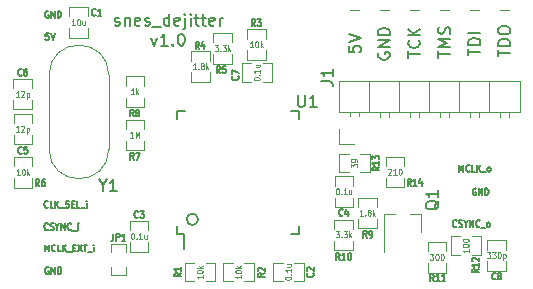
<source format=gbr>
G04 #@! TF.FileFunction,Legend,Top*
%FSLAX46Y46*%
G04 Gerber Fmt 4.6, Leading zero omitted, Abs format (unit mm)*
G04 Created by KiCad (PCBNEW 4.0.7+dfsg1-1) date Sun Dec 24 02:00:45 2017*
%MOMM*%
%LPD*%
G01*
G04 APERTURE LIST*
%ADD10C,0.100000*%
%ADD11C,0.200000*%
%ADD12C,0.119380*%
%ADD13C,0.120000*%
%ADD14C,0.150000*%
%ADD15C,0.127000*%
%ADD16C,0.114300*%
G04 APERTURE END LIST*
D10*
D11*
X22052380Y-14874762D02*
X22147618Y-14922381D01*
X22338094Y-14922381D01*
X22433333Y-14874762D01*
X22480952Y-14779524D01*
X22480952Y-14731905D01*
X22433333Y-14636667D01*
X22338094Y-14589048D01*
X22195237Y-14589048D01*
X22099999Y-14541429D01*
X22052380Y-14446190D01*
X22052380Y-14398571D01*
X22099999Y-14303333D01*
X22195237Y-14255714D01*
X22338094Y-14255714D01*
X22433333Y-14303333D01*
X22909523Y-14255714D02*
X22909523Y-14922381D01*
X22909523Y-14350952D02*
X22957142Y-14303333D01*
X23052380Y-14255714D01*
X23195238Y-14255714D01*
X23290476Y-14303333D01*
X23338095Y-14398571D01*
X23338095Y-14922381D01*
X24195238Y-14874762D02*
X24100000Y-14922381D01*
X23909523Y-14922381D01*
X23814285Y-14874762D01*
X23766666Y-14779524D01*
X23766666Y-14398571D01*
X23814285Y-14303333D01*
X23909523Y-14255714D01*
X24100000Y-14255714D01*
X24195238Y-14303333D01*
X24242857Y-14398571D01*
X24242857Y-14493810D01*
X23766666Y-14589048D01*
X24623809Y-14874762D02*
X24719047Y-14922381D01*
X24909523Y-14922381D01*
X25004762Y-14874762D01*
X25052381Y-14779524D01*
X25052381Y-14731905D01*
X25004762Y-14636667D01*
X24909523Y-14589048D01*
X24766666Y-14589048D01*
X24671428Y-14541429D01*
X24623809Y-14446190D01*
X24623809Y-14398571D01*
X24671428Y-14303333D01*
X24766666Y-14255714D01*
X24909523Y-14255714D01*
X25004762Y-14303333D01*
X25242857Y-15017619D02*
X26004762Y-15017619D01*
X26671429Y-14922381D02*
X26671429Y-13922381D01*
X26671429Y-14874762D02*
X26576191Y-14922381D01*
X26385714Y-14922381D01*
X26290476Y-14874762D01*
X26242857Y-14827143D01*
X26195238Y-14731905D01*
X26195238Y-14446190D01*
X26242857Y-14350952D01*
X26290476Y-14303333D01*
X26385714Y-14255714D01*
X26576191Y-14255714D01*
X26671429Y-14303333D01*
X27528572Y-14874762D02*
X27433334Y-14922381D01*
X27242857Y-14922381D01*
X27147619Y-14874762D01*
X27100000Y-14779524D01*
X27100000Y-14398571D01*
X27147619Y-14303333D01*
X27242857Y-14255714D01*
X27433334Y-14255714D01*
X27528572Y-14303333D01*
X27576191Y-14398571D01*
X27576191Y-14493810D01*
X27100000Y-14589048D01*
X28004762Y-14255714D02*
X28004762Y-15112857D01*
X27957143Y-15208095D01*
X27861905Y-15255714D01*
X27814286Y-15255714D01*
X28004762Y-13922381D02*
X27957143Y-13970000D01*
X28004762Y-14017619D01*
X28052381Y-13970000D01*
X28004762Y-13922381D01*
X28004762Y-14017619D01*
X28480952Y-14922381D02*
X28480952Y-14255714D01*
X28480952Y-13922381D02*
X28433333Y-13970000D01*
X28480952Y-14017619D01*
X28528571Y-13970000D01*
X28480952Y-13922381D01*
X28480952Y-14017619D01*
X28814285Y-14255714D02*
X29195237Y-14255714D01*
X28957142Y-13922381D02*
X28957142Y-14779524D01*
X29004761Y-14874762D01*
X29099999Y-14922381D01*
X29195237Y-14922381D01*
X29385714Y-14255714D02*
X29766666Y-14255714D01*
X29528571Y-13922381D02*
X29528571Y-14779524D01*
X29576190Y-14874762D01*
X29671428Y-14922381D01*
X29766666Y-14922381D01*
X30480953Y-14874762D02*
X30385715Y-14922381D01*
X30195238Y-14922381D01*
X30100000Y-14874762D01*
X30052381Y-14779524D01*
X30052381Y-14398571D01*
X30100000Y-14303333D01*
X30195238Y-14255714D01*
X30385715Y-14255714D01*
X30480953Y-14303333D01*
X30528572Y-14398571D01*
X30528572Y-14493810D01*
X30052381Y-14589048D01*
X30957143Y-14922381D02*
X30957143Y-14255714D01*
X30957143Y-14446190D02*
X31004762Y-14350952D01*
X31052381Y-14303333D01*
X31147619Y-14255714D01*
X31242858Y-14255714D01*
X25171429Y-15955714D02*
X25409524Y-16622381D01*
X25647620Y-15955714D01*
X26552382Y-16622381D02*
X25980953Y-16622381D01*
X26266667Y-16622381D02*
X26266667Y-15622381D01*
X26171429Y-15765238D01*
X26076191Y-15860476D01*
X25980953Y-15908095D01*
X26980953Y-16527143D02*
X27028572Y-16574762D01*
X26980953Y-16622381D01*
X26933334Y-16574762D01*
X26980953Y-16527143D01*
X26980953Y-16622381D01*
X27647619Y-15622381D02*
X27742858Y-15622381D01*
X27838096Y-15670000D01*
X27885715Y-15717619D01*
X27933334Y-15812857D01*
X27980953Y-16003333D01*
X27980953Y-16241429D01*
X27933334Y-16431905D01*
X27885715Y-16527143D01*
X27838096Y-16574762D01*
X27742858Y-16622381D01*
X27647619Y-16622381D01*
X27552381Y-16574762D01*
X27504762Y-16527143D01*
X27457143Y-16431905D01*
X27409524Y-16241429D01*
X27409524Y-16003333D01*
X27457143Y-15812857D01*
X27504762Y-15717619D01*
X27552381Y-15670000D01*
X27647619Y-15622381D01*
D12*
X19774860Y-14159620D02*
X19774860Y-13377300D01*
X19774860Y-15160380D02*
X19774860Y-15942700D01*
X18205140Y-14159620D02*
X18205140Y-13377300D01*
X18205140Y-15942700D02*
X18205140Y-15160380D01*
X18228000Y-13369680D02*
X19752000Y-13369680D01*
X19752000Y-15950320D02*
X18228000Y-15950320D01*
X37270380Y-36564860D02*
X38052700Y-36564860D01*
X36269620Y-36564860D02*
X35487300Y-36564860D01*
X37270380Y-34995140D02*
X38052700Y-34995140D01*
X35487300Y-34995140D02*
X36269620Y-34995140D01*
X38060320Y-35018000D02*
X38060320Y-36542000D01*
X35479680Y-36542000D02*
X35479680Y-35018000D01*
X23335140Y-33270380D02*
X23335140Y-34052700D01*
X23335140Y-32269620D02*
X23335140Y-31487300D01*
X24904860Y-33270380D02*
X24904860Y-34052700D01*
X24904860Y-31487300D02*
X24904860Y-32269620D01*
X24882000Y-34060320D02*
X23358000Y-34060320D01*
X23358000Y-31479680D02*
X24882000Y-31479680D01*
X40675140Y-29490380D02*
X40675140Y-30272700D01*
X40675140Y-28489620D02*
X40675140Y-27707300D01*
X42244860Y-29490380D02*
X42244860Y-30272700D01*
X42244860Y-27707300D02*
X42244860Y-28489620D01*
X42222000Y-30280320D02*
X40698000Y-30280320D01*
X40698000Y-27699680D02*
X42222000Y-27699680D01*
X15064860Y-23169620D02*
X15064860Y-22387300D01*
X15064860Y-24170380D02*
X15064860Y-24952700D01*
X13495140Y-23169620D02*
X13495140Y-22387300D01*
X13495140Y-24952700D02*
X13495140Y-24170380D01*
X13518000Y-22379680D02*
X15042000Y-22379680D01*
X15042000Y-24960320D02*
X13518000Y-24960320D01*
X13485140Y-21240380D02*
X13485140Y-22022700D01*
X13485140Y-20239620D02*
X13485140Y-19457300D01*
X15054860Y-21240380D02*
X15054860Y-22022700D01*
X15054860Y-19457300D02*
X15054860Y-20239620D01*
X15032000Y-22030320D02*
X13508000Y-22030320D01*
X13508000Y-19449680D02*
X15032000Y-19449680D01*
X34600380Y-19684860D02*
X35382700Y-19684860D01*
X33599620Y-19684860D02*
X32817300Y-19684860D01*
X34600380Y-18115140D02*
X35382700Y-18115140D01*
X32817300Y-18115140D02*
X33599620Y-18115140D01*
X35390320Y-18138000D02*
X35390320Y-19662000D01*
X32809680Y-19662000D02*
X32809680Y-18138000D01*
X53595140Y-34890380D02*
X53595140Y-35672700D01*
X53595140Y-33889620D02*
X53595140Y-33107300D01*
X55164860Y-34890380D02*
X55164860Y-35672700D01*
X55164860Y-33107300D02*
X55164860Y-33889620D01*
X55142000Y-35680320D02*
X53618000Y-35680320D01*
X53618000Y-33099680D02*
X55142000Y-33099680D01*
D13*
X48000000Y-30920000D02*
X47070000Y-30920000D01*
X44840000Y-30920000D02*
X45770000Y-30920000D01*
X44840000Y-30920000D02*
X44840000Y-34080000D01*
X48000000Y-30920000D02*
X48000000Y-32380000D01*
D12*
X29770380Y-36574860D02*
X30552700Y-36574860D01*
X28769620Y-36574860D02*
X27987300Y-36574860D01*
X29770380Y-35005140D02*
X30552700Y-35005140D01*
X27987300Y-35005140D02*
X28769620Y-35005140D01*
X30560320Y-35028000D02*
X30560320Y-36552000D01*
X27979680Y-36552000D02*
X27979680Y-35028000D01*
X32049620Y-35005140D02*
X31267300Y-35005140D01*
X33050380Y-35005140D02*
X33832700Y-35005140D01*
X32049620Y-36574860D02*
X31267300Y-36574860D01*
X33832700Y-36574860D02*
X33050380Y-36574860D01*
X31259680Y-36552000D02*
X31259680Y-35028000D01*
X33840320Y-35028000D02*
X33840320Y-36552000D01*
X34834860Y-16029620D02*
X34834860Y-15247300D01*
X34834860Y-17030380D02*
X34834860Y-17812700D01*
X33265140Y-16029620D02*
X33265140Y-15247300D01*
X33265140Y-17812700D02*
X33265140Y-17030380D01*
X33288000Y-15239680D02*
X34812000Y-15239680D01*
X34812000Y-17820320D02*
X33288000Y-17820320D01*
X30114860Y-17889620D02*
X30114860Y-17107300D01*
X30114860Y-18890380D02*
X30114860Y-19672700D01*
X28545140Y-17889620D02*
X28545140Y-17107300D01*
X28545140Y-19672700D02*
X28545140Y-18890380D01*
X28568000Y-17099680D02*
X30092000Y-17099680D01*
X30092000Y-19680320D02*
X28568000Y-19680320D01*
X31984860Y-16359620D02*
X31984860Y-15577300D01*
X31984860Y-17360380D02*
X31984860Y-18142700D01*
X30415140Y-16359620D02*
X30415140Y-15577300D01*
X30415140Y-18142700D02*
X30415140Y-17360380D01*
X30438000Y-15569680D02*
X31962000Y-15569680D01*
X31962000Y-18150320D02*
X30438000Y-18150320D01*
X15074860Y-26849620D02*
X15074860Y-26067300D01*
X15074860Y-27850380D02*
X15074860Y-28632700D01*
X13505140Y-26849620D02*
X13505140Y-26067300D01*
X13505140Y-28632700D02*
X13505140Y-27850380D01*
X13528000Y-26059680D02*
X15052000Y-26059680D01*
X15052000Y-28640320D02*
X13528000Y-28640320D01*
X24544860Y-23679620D02*
X24544860Y-22897300D01*
X24544860Y-24680380D02*
X24544860Y-25462700D01*
X22975140Y-23679620D02*
X22975140Y-22897300D01*
X22975140Y-25462700D02*
X22975140Y-24680380D01*
X22998000Y-22889680D02*
X24522000Y-22889680D01*
X24522000Y-25470320D02*
X22998000Y-25470320D01*
X24544860Y-20029620D02*
X24544860Y-19247300D01*
X24544860Y-21030380D02*
X24544860Y-21812700D01*
X22975140Y-20029620D02*
X22975140Y-19247300D01*
X22975140Y-21812700D02*
X22975140Y-21030380D01*
X22998000Y-19239680D02*
X24522000Y-19239680D01*
X24522000Y-21820320D02*
X22998000Y-21820320D01*
X42675140Y-31280380D02*
X42675140Y-32062700D01*
X42675140Y-30279620D02*
X42675140Y-29497300D01*
X44244860Y-31280380D02*
X44244860Y-32062700D01*
X44244860Y-29497300D02*
X44244860Y-30279620D01*
X44222000Y-32070320D02*
X42698000Y-32070320D01*
X42698000Y-29489680D02*
X44222000Y-29489680D01*
X40665140Y-33140380D02*
X40665140Y-33922700D01*
X40665140Y-32139620D02*
X40665140Y-31357300D01*
X42234860Y-33140380D02*
X42234860Y-33922700D01*
X42234860Y-31357300D02*
X42234860Y-32139620D01*
X42212000Y-33930320D02*
X40688000Y-33930320D01*
X40688000Y-31349680D02*
X42212000Y-31349680D01*
X48565140Y-35050380D02*
X48565140Y-35832700D01*
X48565140Y-34049620D02*
X48565140Y-33267300D01*
X50134860Y-35050380D02*
X50134860Y-35832700D01*
X50134860Y-33267300D02*
X50134860Y-34049620D01*
X50112000Y-35840320D02*
X48588000Y-35840320D01*
X48588000Y-33259680D02*
X50112000Y-33259680D01*
X51289620Y-32765140D02*
X50507300Y-32765140D01*
X52290380Y-32765140D02*
X53072700Y-32765140D01*
X51289620Y-34334860D02*
X50507300Y-34334860D01*
X53072700Y-34334860D02*
X52290380Y-34334860D01*
X50499680Y-34312000D02*
X50499680Y-32788000D01*
X53080320Y-32788000D02*
X53080320Y-34312000D01*
X41859620Y-25785140D02*
X41077300Y-25785140D01*
X42860380Y-25785140D02*
X43642700Y-25785140D01*
X41859620Y-27354860D02*
X41077300Y-27354860D01*
X43642700Y-27354860D02*
X42860380Y-27354860D01*
X41069680Y-27332000D02*
X41069680Y-25808000D01*
X43650320Y-25808000D02*
X43650320Y-27332000D01*
X45005140Y-27830380D02*
X45005140Y-28612700D01*
X45005140Y-26829620D02*
X45005140Y-26047300D01*
X46574860Y-27830380D02*
X46574860Y-28612700D01*
X46574860Y-26047300D02*
X46574860Y-26829620D01*
X46552000Y-28620320D02*
X45028000Y-28620320D01*
X45028000Y-26039680D02*
X46552000Y-26039680D01*
D13*
X16505000Y-25365000D02*
X16505000Y-19115000D01*
X21555000Y-25365000D02*
X21555000Y-19115000D01*
X21555000Y-25365000D02*
G75*
G02X16505000Y-25365000I-2525000J0D01*
G01*
X21555000Y-19115000D02*
G75*
G03X16505000Y-19115000I-2525000J0D01*
G01*
X41020000Y-22250000D02*
X56380000Y-22250000D01*
X56380000Y-22250000D02*
X56380000Y-19590000D01*
X56380000Y-19590000D02*
X41020000Y-19590000D01*
X41020000Y-19590000D02*
X41020000Y-22250000D01*
X41970000Y-13590000D02*
X42730000Y-13590000D01*
X41970000Y-22580000D02*
X41970000Y-22250000D01*
X42730000Y-22580000D02*
X42730000Y-22250000D01*
X43620000Y-22250000D02*
X43620000Y-19590000D01*
X44510000Y-13590000D02*
X45270000Y-13590000D01*
X44510000Y-22647071D02*
X44510000Y-22250000D01*
X45270000Y-22647071D02*
X45270000Y-22250000D01*
X46160000Y-22250000D02*
X46160000Y-19590000D01*
X47050000Y-13590000D02*
X47810000Y-13590000D01*
X47050000Y-22647071D02*
X47050000Y-22250000D01*
X47810000Y-22647071D02*
X47810000Y-22250000D01*
X48700000Y-22250000D02*
X48700000Y-19590000D01*
X49590000Y-13590000D02*
X50350000Y-13590000D01*
X49590000Y-22647071D02*
X49590000Y-22250000D01*
X50350000Y-22647071D02*
X50350000Y-22250000D01*
X51240000Y-22250000D02*
X51240000Y-19590000D01*
X52130000Y-13590000D02*
X52890000Y-13590000D01*
X52130000Y-22647071D02*
X52130000Y-22250000D01*
X52890000Y-22647071D02*
X52890000Y-22250000D01*
X53780000Y-22250000D02*
X53780000Y-19590000D01*
X54670000Y-13590000D02*
X55430000Y-13590000D01*
X54670000Y-22647071D02*
X54670000Y-22250000D01*
X55430000Y-22647071D02*
X55430000Y-22250000D01*
X42350000Y-24960000D02*
X41080000Y-24960000D01*
X41080000Y-24960000D02*
X41080000Y-23690000D01*
D12*
X21710000Y-35360000D02*
X21710000Y-36010000D01*
X21710000Y-34060000D02*
X21710000Y-33410000D01*
X23010000Y-35360000D02*
X23010000Y-36010000D01*
X23010000Y-33410000D02*
X23010000Y-34060000D01*
X23010000Y-36010000D02*
X21710000Y-36010000D01*
X21710000Y-33410000D02*
X23010000Y-33410000D01*
D14*
X29111964Y-31334940D02*
G75*
G03X29111964Y-31334940I-480544J0D01*
G01*
X27335000Y-32545000D02*
X27910000Y-32545000D01*
X27335000Y-22195000D02*
X28010000Y-22195000D01*
X37685000Y-22195000D02*
X37010000Y-22195000D01*
X37685000Y-32545000D02*
X37010000Y-32545000D01*
X27335000Y-32545000D02*
X27335000Y-31870000D01*
X37685000Y-32545000D02*
X37685000Y-31870000D01*
X37685000Y-22195000D02*
X37685000Y-22870000D01*
X27335000Y-22195000D02*
X27335000Y-22870000D01*
X27910000Y-32545000D02*
X27910000Y-33820000D01*
D15*
X20445333Y-14028643D02*
X20421143Y-14056462D01*
X20348571Y-14084281D01*
X20300190Y-14084281D01*
X20227619Y-14056462D01*
X20179238Y-14000824D01*
X20155047Y-13945186D01*
X20130857Y-13833910D01*
X20130857Y-13750452D01*
X20155047Y-13639176D01*
X20179238Y-13583538D01*
X20227619Y-13527900D01*
X20300190Y-13500081D01*
X20348571Y-13500081D01*
X20421143Y-13527900D01*
X20445333Y-13555719D01*
X20929143Y-14084281D02*
X20638857Y-14084281D01*
X20784000Y-14084281D02*
X20784000Y-13500081D01*
X20735619Y-13583538D01*
X20687238Y-13639176D01*
X20638857Y-13666995D01*
D16*
X18696086Y-14889810D02*
X18434829Y-14889810D01*
X18565457Y-14889810D02*
X18565457Y-14381810D01*
X18521914Y-14454381D01*
X18478372Y-14502762D01*
X18434829Y-14526952D01*
X18979115Y-14381810D02*
X19022658Y-14381810D01*
X19066201Y-14406000D01*
X19087972Y-14430190D01*
X19109743Y-14478571D01*
X19131515Y-14575333D01*
X19131515Y-14696286D01*
X19109743Y-14793048D01*
X19087972Y-14841429D01*
X19066201Y-14865619D01*
X19022658Y-14889810D01*
X18979115Y-14889810D01*
X18935572Y-14865619D01*
X18913801Y-14841429D01*
X18892029Y-14793048D01*
X18870258Y-14696286D01*
X18870258Y-14575333D01*
X18892029Y-14478571D01*
X18913801Y-14430190D01*
X18935572Y-14406000D01*
X18979115Y-14381810D01*
X19523401Y-14551143D02*
X19523401Y-14889810D01*
X19327458Y-14551143D02*
X19327458Y-14817238D01*
X19349230Y-14865619D01*
X19392772Y-14889810D01*
X19458087Y-14889810D01*
X19501630Y-14865619D01*
X19523401Y-14841429D01*
D15*
X38838643Y-35884667D02*
X38866462Y-35908857D01*
X38894281Y-35981429D01*
X38894281Y-36029810D01*
X38866462Y-36102381D01*
X38810824Y-36150762D01*
X38755186Y-36174953D01*
X38643910Y-36199143D01*
X38560452Y-36199143D01*
X38449176Y-36174953D01*
X38393538Y-36150762D01*
X38337900Y-36102381D01*
X38310081Y-36029810D01*
X38310081Y-35981429D01*
X38337900Y-35908857D01*
X38365719Y-35884667D01*
X38365719Y-35691143D02*
X38337900Y-35666953D01*
X38310081Y-35618572D01*
X38310081Y-35497619D01*
X38337900Y-35449238D01*
X38365719Y-35425048D01*
X38421357Y-35400857D01*
X38476995Y-35400857D01*
X38560452Y-35425048D01*
X38894281Y-35715334D01*
X38894281Y-35400857D01*
D16*
X36491810Y-36335171D02*
X36491810Y-36291628D01*
X36516000Y-36248085D01*
X36540190Y-36226314D01*
X36588571Y-36204543D01*
X36685333Y-36182771D01*
X36806286Y-36182771D01*
X36903048Y-36204543D01*
X36951429Y-36226314D01*
X36975619Y-36248085D01*
X36999810Y-36291628D01*
X36999810Y-36335171D01*
X36975619Y-36378714D01*
X36951429Y-36400485D01*
X36903048Y-36422257D01*
X36806286Y-36444028D01*
X36685333Y-36444028D01*
X36588571Y-36422257D01*
X36540190Y-36400485D01*
X36516000Y-36378714D01*
X36491810Y-36335171D01*
X36951429Y-35986828D02*
X36975619Y-35965056D01*
X36999810Y-35986828D01*
X36975619Y-36008599D01*
X36951429Y-35986828D01*
X36999810Y-35986828D01*
X36999810Y-35529628D02*
X36999810Y-35790885D01*
X36999810Y-35660257D02*
X36491810Y-35660257D01*
X36564381Y-35703800D01*
X36612762Y-35747342D01*
X36636952Y-35790885D01*
X36661143Y-35137742D02*
X36999810Y-35137742D01*
X36661143Y-35333685D02*
X36927238Y-35333685D01*
X36975619Y-35311913D01*
X36999810Y-35268371D01*
X36999810Y-35203056D01*
X36975619Y-35159513D01*
X36951429Y-35137742D01*
D15*
X24035333Y-31149843D02*
X24011143Y-31177662D01*
X23938571Y-31205481D01*
X23890190Y-31205481D01*
X23817619Y-31177662D01*
X23769238Y-31122024D01*
X23745047Y-31066386D01*
X23720857Y-30955110D01*
X23720857Y-30871652D01*
X23745047Y-30760376D01*
X23769238Y-30704738D01*
X23817619Y-30649100D01*
X23890190Y-30621281D01*
X23938571Y-30621281D01*
X24011143Y-30649100D01*
X24035333Y-30676919D01*
X24204666Y-30621281D02*
X24519143Y-30621281D01*
X24349809Y-30843833D01*
X24422381Y-30843833D01*
X24470762Y-30871652D01*
X24494952Y-30899471D01*
X24519143Y-30955110D01*
X24519143Y-31094205D01*
X24494952Y-31149843D01*
X24470762Y-31177662D01*
X24422381Y-31205481D01*
X24277238Y-31205481D01*
X24228857Y-31177662D01*
X24204666Y-31149843D01*
D16*
X23564829Y-32491810D02*
X23608372Y-32491810D01*
X23651915Y-32516000D01*
X23673686Y-32540190D01*
X23695457Y-32588571D01*
X23717229Y-32685333D01*
X23717229Y-32806286D01*
X23695457Y-32903048D01*
X23673686Y-32951429D01*
X23651915Y-32975619D01*
X23608372Y-32999810D01*
X23564829Y-32999810D01*
X23521286Y-32975619D01*
X23499515Y-32951429D01*
X23477743Y-32903048D01*
X23455972Y-32806286D01*
X23455972Y-32685333D01*
X23477743Y-32588571D01*
X23499515Y-32540190D01*
X23521286Y-32516000D01*
X23564829Y-32491810D01*
X23913172Y-32951429D02*
X23934944Y-32975619D01*
X23913172Y-32999810D01*
X23891401Y-32975619D01*
X23913172Y-32951429D01*
X23913172Y-32999810D01*
X24370372Y-32999810D02*
X24109115Y-32999810D01*
X24239743Y-32999810D02*
X24239743Y-32491810D01*
X24196200Y-32564381D01*
X24152658Y-32612762D01*
X24109115Y-32636952D01*
X24762258Y-32661143D02*
X24762258Y-32999810D01*
X24566315Y-32661143D02*
X24566315Y-32927238D01*
X24588087Y-32975619D01*
X24631629Y-32999810D01*
X24696944Y-32999810D01*
X24740487Y-32975619D01*
X24762258Y-32951429D01*
D15*
X41365333Y-30988643D02*
X41341143Y-31016462D01*
X41268571Y-31044281D01*
X41220190Y-31044281D01*
X41147619Y-31016462D01*
X41099238Y-30960824D01*
X41075047Y-30905186D01*
X41050857Y-30793910D01*
X41050857Y-30710452D01*
X41075047Y-30599176D01*
X41099238Y-30543538D01*
X41147619Y-30487900D01*
X41220190Y-30460081D01*
X41268571Y-30460081D01*
X41341143Y-30487900D01*
X41365333Y-30515719D01*
X41800762Y-30654814D02*
X41800762Y-31044281D01*
X41679809Y-30432262D02*
X41558857Y-30849548D01*
X41873333Y-30849548D01*
D16*
X40904829Y-28711810D02*
X40948372Y-28711810D01*
X40991915Y-28736000D01*
X41013686Y-28760190D01*
X41035457Y-28808571D01*
X41057229Y-28905333D01*
X41057229Y-29026286D01*
X41035457Y-29123048D01*
X41013686Y-29171429D01*
X40991915Y-29195619D01*
X40948372Y-29219810D01*
X40904829Y-29219810D01*
X40861286Y-29195619D01*
X40839515Y-29171429D01*
X40817743Y-29123048D01*
X40795972Y-29026286D01*
X40795972Y-28905333D01*
X40817743Y-28808571D01*
X40839515Y-28760190D01*
X40861286Y-28736000D01*
X40904829Y-28711810D01*
X41253172Y-29171429D02*
X41274944Y-29195619D01*
X41253172Y-29219810D01*
X41231401Y-29195619D01*
X41253172Y-29171429D01*
X41253172Y-29219810D01*
X41710372Y-29219810D02*
X41449115Y-29219810D01*
X41579743Y-29219810D02*
X41579743Y-28711810D01*
X41536200Y-28784381D01*
X41492658Y-28832762D01*
X41449115Y-28856952D01*
X42102258Y-28881143D02*
X42102258Y-29219810D01*
X41906315Y-28881143D02*
X41906315Y-29147238D01*
X41928087Y-29195619D01*
X41971629Y-29219810D01*
X42036944Y-29219810D01*
X42080487Y-29195619D01*
X42102258Y-29171429D01*
D15*
X14195333Y-25707443D02*
X14171143Y-25735262D01*
X14098571Y-25763081D01*
X14050190Y-25763081D01*
X13977619Y-25735262D01*
X13929238Y-25679624D01*
X13905047Y-25623986D01*
X13880857Y-25512710D01*
X13880857Y-25429252D01*
X13905047Y-25317976D01*
X13929238Y-25262338D01*
X13977619Y-25206700D01*
X14050190Y-25178881D01*
X14098571Y-25178881D01*
X14171143Y-25206700D01*
X14195333Y-25234519D01*
X14654952Y-25178881D02*
X14413047Y-25178881D01*
X14388857Y-25457071D01*
X14413047Y-25429252D01*
X14461428Y-25401433D01*
X14582381Y-25401433D01*
X14630762Y-25429252D01*
X14654952Y-25457071D01*
X14679143Y-25512710D01*
X14679143Y-25651805D01*
X14654952Y-25707443D01*
X14630762Y-25735262D01*
X14582381Y-25763081D01*
X14461428Y-25763081D01*
X14413047Y-25735262D01*
X14388857Y-25707443D01*
D16*
X13986086Y-23899810D02*
X13724829Y-23899810D01*
X13855457Y-23899810D02*
X13855457Y-23391810D01*
X13811914Y-23464381D01*
X13768372Y-23512762D01*
X13724829Y-23536952D01*
X14160258Y-23440190D02*
X14182029Y-23416000D01*
X14225572Y-23391810D01*
X14334429Y-23391810D01*
X14377972Y-23416000D01*
X14399743Y-23440190D01*
X14421515Y-23488571D01*
X14421515Y-23536952D01*
X14399743Y-23609524D01*
X14138486Y-23899810D01*
X14421515Y-23899810D01*
X14617458Y-23561143D02*
X14617458Y-24069143D01*
X14617458Y-23585333D02*
X14661001Y-23561143D01*
X14748087Y-23561143D01*
X14791630Y-23585333D01*
X14813401Y-23609524D01*
X14835172Y-23657905D01*
X14835172Y-23803048D01*
X14813401Y-23851429D01*
X14791630Y-23875619D01*
X14748087Y-23899810D01*
X14661001Y-23899810D01*
X14617458Y-23875619D01*
D15*
X14185333Y-19119843D02*
X14161143Y-19147662D01*
X14088571Y-19175481D01*
X14040190Y-19175481D01*
X13967619Y-19147662D01*
X13919238Y-19092024D01*
X13895047Y-19036386D01*
X13870857Y-18925110D01*
X13870857Y-18841652D01*
X13895047Y-18730376D01*
X13919238Y-18674738D01*
X13967619Y-18619100D01*
X14040190Y-18591281D01*
X14088571Y-18591281D01*
X14161143Y-18619100D01*
X14185333Y-18646919D01*
X14620762Y-18591281D02*
X14524000Y-18591281D01*
X14475619Y-18619100D01*
X14451428Y-18646919D01*
X14403047Y-18730376D01*
X14378857Y-18841652D01*
X14378857Y-19064205D01*
X14403047Y-19119843D01*
X14427238Y-19147662D01*
X14475619Y-19175481D01*
X14572381Y-19175481D01*
X14620762Y-19147662D01*
X14644952Y-19119843D01*
X14669143Y-19064205D01*
X14669143Y-18925110D01*
X14644952Y-18869471D01*
X14620762Y-18841652D01*
X14572381Y-18813833D01*
X14475619Y-18813833D01*
X14427238Y-18841652D01*
X14403047Y-18869471D01*
X14378857Y-18925110D01*
D16*
X13976086Y-20969810D02*
X13714829Y-20969810D01*
X13845457Y-20969810D02*
X13845457Y-20461810D01*
X13801914Y-20534381D01*
X13758372Y-20582762D01*
X13714829Y-20606952D01*
X14150258Y-20510190D02*
X14172029Y-20486000D01*
X14215572Y-20461810D01*
X14324429Y-20461810D01*
X14367972Y-20486000D01*
X14389743Y-20510190D01*
X14411515Y-20558571D01*
X14411515Y-20606952D01*
X14389743Y-20679524D01*
X14128486Y-20969810D01*
X14411515Y-20969810D01*
X14607458Y-20631143D02*
X14607458Y-21139143D01*
X14607458Y-20655333D02*
X14651001Y-20631143D01*
X14738087Y-20631143D01*
X14781630Y-20655333D01*
X14803401Y-20679524D01*
X14825172Y-20727905D01*
X14825172Y-20873048D01*
X14803401Y-20921429D01*
X14781630Y-20945619D01*
X14738087Y-20969810D01*
X14651001Y-20969810D01*
X14607458Y-20945619D01*
D15*
X32488643Y-19214667D02*
X32516462Y-19238857D01*
X32544281Y-19311429D01*
X32544281Y-19359810D01*
X32516462Y-19432381D01*
X32460824Y-19480762D01*
X32405186Y-19504953D01*
X32293910Y-19529143D01*
X32210452Y-19529143D01*
X32099176Y-19504953D01*
X32043538Y-19480762D01*
X31987900Y-19432381D01*
X31960081Y-19359810D01*
X31960081Y-19311429D01*
X31987900Y-19238857D01*
X32015719Y-19214667D01*
X31960081Y-19045334D02*
X31960081Y-18706667D01*
X32544281Y-18924381D01*
D16*
X33821810Y-19455171D02*
X33821810Y-19411628D01*
X33846000Y-19368085D01*
X33870190Y-19346314D01*
X33918571Y-19324543D01*
X34015333Y-19302771D01*
X34136286Y-19302771D01*
X34233048Y-19324543D01*
X34281429Y-19346314D01*
X34305619Y-19368085D01*
X34329810Y-19411628D01*
X34329810Y-19455171D01*
X34305619Y-19498714D01*
X34281429Y-19520485D01*
X34233048Y-19542257D01*
X34136286Y-19564028D01*
X34015333Y-19564028D01*
X33918571Y-19542257D01*
X33870190Y-19520485D01*
X33846000Y-19498714D01*
X33821810Y-19455171D01*
X34281429Y-19106828D02*
X34305619Y-19085056D01*
X34329810Y-19106828D01*
X34305619Y-19128599D01*
X34281429Y-19106828D01*
X34329810Y-19106828D01*
X34329810Y-18649628D02*
X34329810Y-18910885D01*
X34329810Y-18780257D02*
X33821810Y-18780257D01*
X33894381Y-18823800D01*
X33942762Y-18867342D01*
X33966952Y-18910885D01*
X33991143Y-18257742D02*
X34329810Y-18257742D01*
X33991143Y-18453685D02*
X34257238Y-18453685D01*
X34305619Y-18431913D01*
X34329810Y-18388371D01*
X34329810Y-18323056D01*
X34305619Y-18279513D01*
X34281429Y-18257742D01*
D15*
X54325333Y-36368643D02*
X54301143Y-36396462D01*
X54228571Y-36424281D01*
X54180190Y-36424281D01*
X54107619Y-36396462D01*
X54059238Y-36340824D01*
X54035047Y-36285186D01*
X54010857Y-36173910D01*
X54010857Y-36090452D01*
X54035047Y-35979176D01*
X54059238Y-35923538D01*
X54107619Y-35867900D01*
X54180190Y-35840081D01*
X54228571Y-35840081D01*
X54301143Y-35867900D01*
X54325333Y-35895719D01*
X54615619Y-36090452D02*
X54567238Y-36062633D01*
X54543047Y-36034814D01*
X54518857Y-35979176D01*
X54518857Y-35951357D01*
X54543047Y-35895719D01*
X54567238Y-35867900D01*
X54615619Y-35840081D01*
X54712381Y-35840081D01*
X54760762Y-35867900D01*
X54784952Y-35895719D01*
X54809143Y-35951357D01*
X54809143Y-35979176D01*
X54784952Y-36034814D01*
X54760762Y-36062633D01*
X54712381Y-36090452D01*
X54615619Y-36090452D01*
X54567238Y-36118271D01*
X54543047Y-36146090D01*
X54518857Y-36201729D01*
X54518857Y-36313005D01*
X54543047Y-36368643D01*
X54567238Y-36396462D01*
X54615619Y-36424281D01*
X54712381Y-36424281D01*
X54760762Y-36396462D01*
X54784952Y-36368643D01*
X54809143Y-36313005D01*
X54809143Y-36201729D01*
X54784952Y-36146090D01*
X54760762Y-36118271D01*
X54712381Y-36090452D01*
D16*
X53585342Y-34111810D02*
X53868371Y-34111810D01*
X53715971Y-34305333D01*
X53781285Y-34305333D01*
X53824828Y-34329524D01*
X53846599Y-34353714D01*
X53868371Y-34402095D01*
X53868371Y-34523048D01*
X53846599Y-34571429D01*
X53824828Y-34595619D01*
X53781285Y-34619810D01*
X53650657Y-34619810D01*
X53607114Y-34595619D01*
X53585342Y-34571429D01*
X54020771Y-34111810D02*
X54303800Y-34111810D01*
X54151400Y-34305333D01*
X54216714Y-34305333D01*
X54260257Y-34329524D01*
X54282028Y-34353714D01*
X54303800Y-34402095D01*
X54303800Y-34523048D01*
X54282028Y-34571429D01*
X54260257Y-34595619D01*
X54216714Y-34619810D01*
X54086086Y-34619810D01*
X54042543Y-34595619D01*
X54020771Y-34571429D01*
X54586829Y-34111810D02*
X54630372Y-34111810D01*
X54673915Y-34136000D01*
X54695686Y-34160190D01*
X54717457Y-34208571D01*
X54739229Y-34305333D01*
X54739229Y-34426286D01*
X54717457Y-34523048D01*
X54695686Y-34571429D01*
X54673915Y-34595619D01*
X54630372Y-34619810D01*
X54586829Y-34619810D01*
X54543286Y-34595619D01*
X54521515Y-34571429D01*
X54499743Y-34523048D01*
X54477972Y-34426286D01*
X54477972Y-34305333D01*
X54499743Y-34208571D01*
X54521515Y-34160190D01*
X54543286Y-34136000D01*
X54586829Y-34111810D01*
X54935172Y-34281143D02*
X54935172Y-34789143D01*
X54935172Y-34305333D02*
X54978715Y-34281143D01*
X55065801Y-34281143D01*
X55109344Y-34305333D01*
X55131115Y-34329524D01*
X55152886Y-34377905D01*
X55152886Y-34523048D01*
X55131115Y-34571429D01*
X55109344Y-34595619D01*
X55065801Y-34619810D01*
X54978715Y-34619810D01*
X54935172Y-34595619D01*
D14*
X49497619Y-29775238D02*
X49450000Y-29870476D01*
X49354762Y-29965714D01*
X49211905Y-30108571D01*
X49164286Y-30203810D01*
X49164286Y-30299048D01*
X49402381Y-30251429D02*
X49354762Y-30346667D01*
X49259524Y-30441905D01*
X49069048Y-30489524D01*
X48735714Y-30489524D01*
X48545238Y-30441905D01*
X48450000Y-30346667D01*
X48402381Y-30251429D01*
X48402381Y-30060952D01*
X48450000Y-29965714D01*
X48545238Y-29870476D01*
X48735714Y-29822857D01*
X49069048Y-29822857D01*
X49259524Y-29870476D01*
X49354762Y-29965714D01*
X49402381Y-30060952D01*
X49402381Y-30251429D01*
X49402381Y-28870476D02*
X49402381Y-29441905D01*
X49402381Y-29156191D02*
X48402381Y-29156191D01*
X48545238Y-29251429D01*
X48640476Y-29346667D01*
X48688095Y-29441905D01*
D15*
X27705481Y-35874667D02*
X27427290Y-36044000D01*
X27705481Y-36164953D02*
X27121281Y-36164953D01*
X27121281Y-35971429D01*
X27149100Y-35923048D01*
X27176919Y-35898857D01*
X27232557Y-35874667D01*
X27316014Y-35874667D01*
X27371652Y-35898857D01*
X27399471Y-35923048D01*
X27427290Y-35971429D01*
X27427290Y-36164953D01*
X27705481Y-35390857D02*
X27705481Y-35681143D01*
X27705481Y-35536000D02*
X27121281Y-35536000D01*
X27204738Y-35584381D01*
X27260376Y-35632762D01*
X27288195Y-35681143D01*
D16*
X29499810Y-36062143D02*
X29499810Y-36323400D01*
X29499810Y-36192772D02*
X28991810Y-36192772D01*
X29064381Y-36236315D01*
X29112762Y-36279857D01*
X29136952Y-36323400D01*
X28991810Y-35779114D02*
X28991810Y-35735571D01*
X29016000Y-35692028D01*
X29040190Y-35670257D01*
X29088571Y-35648486D01*
X29185333Y-35626714D01*
X29306286Y-35626714D01*
X29403048Y-35648486D01*
X29451429Y-35670257D01*
X29475619Y-35692028D01*
X29499810Y-35735571D01*
X29499810Y-35779114D01*
X29475619Y-35822657D01*
X29451429Y-35844428D01*
X29403048Y-35866200D01*
X29306286Y-35887971D01*
X29185333Y-35887971D01*
X29088571Y-35866200D01*
X29040190Y-35844428D01*
X29016000Y-35822657D01*
X28991810Y-35779114D01*
X29499810Y-35430771D02*
X28991810Y-35430771D01*
X29306286Y-35387228D02*
X29499810Y-35256599D01*
X29161143Y-35256599D02*
X29354667Y-35430771D01*
D15*
X34744281Y-35904667D02*
X34466090Y-36074000D01*
X34744281Y-36194953D02*
X34160081Y-36194953D01*
X34160081Y-36001429D01*
X34187900Y-35953048D01*
X34215719Y-35928857D01*
X34271357Y-35904667D01*
X34354814Y-35904667D01*
X34410452Y-35928857D01*
X34438271Y-35953048D01*
X34466090Y-36001429D01*
X34466090Y-36194953D01*
X34215719Y-35711143D02*
X34187900Y-35686953D01*
X34160081Y-35638572D01*
X34160081Y-35517619D01*
X34187900Y-35469238D01*
X34215719Y-35445048D01*
X34271357Y-35420857D01*
X34326995Y-35420857D01*
X34410452Y-35445048D01*
X34744281Y-35735334D01*
X34744281Y-35420857D01*
D16*
X32779810Y-36062143D02*
X32779810Y-36323400D01*
X32779810Y-36192772D02*
X32271810Y-36192772D01*
X32344381Y-36236315D01*
X32392762Y-36279857D01*
X32416952Y-36323400D01*
X32271810Y-35779114D02*
X32271810Y-35735571D01*
X32296000Y-35692028D01*
X32320190Y-35670257D01*
X32368571Y-35648486D01*
X32465333Y-35626714D01*
X32586286Y-35626714D01*
X32683048Y-35648486D01*
X32731429Y-35670257D01*
X32755619Y-35692028D01*
X32779810Y-35735571D01*
X32779810Y-35779114D01*
X32755619Y-35822657D01*
X32731429Y-35844428D01*
X32683048Y-35866200D01*
X32586286Y-35887971D01*
X32465333Y-35887971D01*
X32368571Y-35866200D01*
X32320190Y-35844428D01*
X32296000Y-35822657D01*
X32271810Y-35779114D01*
X32779810Y-35430771D02*
X32271810Y-35430771D01*
X32586286Y-35387228D02*
X32779810Y-35256599D01*
X32441143Y-35256599D02*
X32634667Y-35430771D01*
D15*
X33975333Y-14954281D02*
X33806000Y-14676090D01*
X33685047Y-14954281D02*
X33685047Y-14370081D01*
X33878571Y-14370081D01*
X33926952Y-14397900D01*
X33951143Y-14425719D01*
X33975333Y-14481357D01*
X33975333Y-14564814D01*
X33951143Y-14620452D01*
X33926952Y-14648271D01*
X33878571Y-14676090D01*
X33685047Y-14676090D01*
X34144666Y-14370081D02*
X34459143Y-14370081D01*
X34289809Y-14592633D01*
X34362381Y-14592633D01*
X34410762Y-14620452D01*
X34434952Y-14648271D01*
X34459143Y-14703910D01*
X34459143Y-14843005D01*
X34434952Y-14898643D01*
X34410762Y-14926462D01*
X34362381Y-14954281D01*
X34217238Y-14954281D01*
X34168857Y-14926462D01*
X34144666Y-14898643D01*
D16*
X33777857Y-16759810D02*
X33516600Y-16759810D01*
X33647228Y-16759810D02*
X33647228Y-16251810D01*
X33603685Y-16324381D01*
X33560143Y-16372762D01*
X33516600Y-16396952D01*
X34060886Y-16251810D02*
X34104429Y-16251810D01*
X34147972Y-16276000D01*
X34169743Y-16300190D01*
X34191514Y-16348571D01*
X34213286Y-16445333D01*
X34213286Y-16566286D01*
X34191514Y-16663048D01*
X34169743Y-16711429D01*
X34147972Y-16735619D01*
X34104429Y-16759810D01*
X34060886Y-16759810D01*
X34017343Y-16735619D01*
X33995572Y-16711429D01*
X33973800Y-16663048D01*
X33952029Y-16566286D01*
X33952029Y-16445333D01*
X33973800Y-16348571D01*
X33995572Y-16300190D01*
X34017343Y-16276000D01*
X34060886Y-16251810D01*
X34409229Y-16759810D02*
X34409229Y-16251810D01*
X34452772Y-16566286D02*
X34583401Y-16759810D01*
X34583401Y-16421143D02*
X34409229Y-16614667D01*
D15*
X29195333Y-16874281D02*
X29026000Y-16596090D01*
X28905047Y-16874281D02*
X28905047Y-16290081D01*
X29098571Y-16290081D01*
X29146952Y-16317900D01*
X29171143Y-16345719D01*
X29195333Y-16401357D01*
X29195333Y-16484814D01*
X29171143Y-16540452D01*
X29146952Y-16568271D01*
X29098571Y-16596090D01*
X28905047Y-16596090D01*
X29630762Y-16484814D02*
X29630762Y-16874281D01*
X29509809Y-16262262D02*
X29388857Y-16679548D01*
X29703333Y-16679548D01*
D16*
X28949000Y-18619810D02*
X28687743Y-18619810D01*
X28818371Y-18619810D02*
X28818371Y-18111810D01*
X28774828Y-18184381D01*
X28731286Y-18232762D01*
X28687743Y-18256952D01*
X29144943Y-18571429D02*
X29166715Y-18595619D01*
X29144943Y-18619810D01*
X29123172Y-18595619D01*
X29144943Y-18571429D01*
X29144943Y-18619810D01*
X29427971Y-18329524D02*
X29384429Y-18305333D01*
X29362657Y-18281143D01*
X29340886Y-18232762D01*
X29340886Y-18208571D01*
X29362657Y-18160190D01*
X29384429Y-18136000D01*
X29427971Y-18111810D01*
X29515057Y-18111810D01*
X29558600Y-18136000D01*
X29580371Y-18160190D01*
X29602143Y-18208571D01*
X29602143Y-18232762D01*
X29580371Y-18281143D01*
X29558600Y-18305333D01*
X29515057Y-18329524D01*
X29427971Y-18329524D01*
X29384429Y-18353714D01*
X29362657Y-18377905D01*
X29340886Y-18426286D01*
X29340886Y-18523048D01*
X29362657Y-18571429D01*
X29384429Y-18595619D01*
X29427971Y-18619810D01*
X29515057Y-18619810D01*
X29558600Y-18595619D01*
X29580371Y-18571429D01*
X29602143Y-18523048D01*
X29602143Y-18426286D01*
X29580371Y-18377905D01*
X29558600Y-18353714D01*
X29515057Y-18329524D01*
X29798086Y-18619810D02*
X29798086Y-18111810D01*
X29841629Y-18426286D02*
X29972258Y-18619810D01*
X29972258Y-18281143D02*
X29798086Y-18474667D01*
D15*
X30985333Y-18934281D02*
X30816000Y-18656090D01*
X30695047Y-18934281D02*
X30695047Y-18350081D01*
X30888571Y-18350081D01*
X30936952Y-18377900D01*
X30961143Y-18405719D01*
X30985333Y-18461357D01*
X30985333Y-18544814D01*
X30961143Y-18600452D01*
X30936952Y-18628271D01*
X30888571Y-18656090D01*
X30695047Y-18656090D01*
X31444952Y-18350081D02*
X31203047Y-18350081D01*
X31178857Y-18628271D01*
X31203047Y-18600452D01*
X31251428Y-18572633D01*
X31372381Y-18572633D01*
X31420762Y-18600452D01*
X31444952Y-18628271D01*
X31469143Y-18683910D01*
X31469143Y-18823005D01*
X31444952Y-18878643D01*
X31420762Y-18906462D01*
X31372381Y-18934281D01*
X31251428Y-18934281D01*
X31203047Y-18906462D01*
X31178857Y-18878643D01*
D16*
X30535971Y-16581810D02*
X30819000Y-16581810D01*
X30666600Y-16775333D01*
X30731914Y-16775333D01*
X30775457Y-16799524D01*
X30797228Y-16823714D01*
X30819000Y-16872095D01*
X30819000Y-16993048D01*
X30797228Y-17041429D01*
X30775457Y-17065619D01*
X30731914Y-17089810D01*
X30601286Y-17089810D01*
X30557743Y-17065619D01*
X30535971Y-17041429D01*
X31014943Y-17041429D02*
X31036715Y-17065619D01*
X31014943Y-17089810D01*
X30993172Y-17065619D01*
X31014943Y-17041429D01*
X31014943Y-17089810D01*
X31189114Y-16581810D02*
X31472143Y-16581810D01*
X31319743Y-16775333D01*
X31385057Y-16775333D01*
X31428600Y-16799524D01*
X31450371Y-16823714D01*
X31472143Y-16872095D01*
X31472143Y-16993048D01*
X31450371Y-17041429D01*
X31428600Y-17065619D01*
X31385057Y-17089810D01*
X31254429Y-17089810D01*
X31210886Y-17065619D01*
X31189114Y-17041429D01*
X31668086Y-17089810D02*
X31668086Y-16581810D01*
X31711629Y-16896286D02*
X31842258Y-17089810D01*
X31842258Y-16751143D02*
X31668086Y-16944667D01*
D15*
X15685333Y-28504281D02*
X15516000Y-28226090D01*
X15395047Y-28504281D02*
X15395047Y-27920081D01*
X15588571Y-27920081D01*
X15636952Y-27947900D01*
X15661143Y-27975719D01*
X15685333Y-28031357D01*
X15685333Y-28114814D01*
X15661143Y-28170452D01*
X15636952Y-28198271D01*
X15588571Y-28226090D01*
X15395047Y-28226090D01*
X16120762Y-27920081D02*
X16024000Y-27920081D01*
X15975619Y-27947900D01*
X15951428Y-27975719D01*
X15903047Y-28059176D01*
X15878857Y-28170452D01*
X15878857Y-28393005D01*
X15903047Y-28448643D01*
X15927238Y-28476462D01*
X15975619Y-28504281D01*
X16072381Y-28504281D01*
X16120762Y-28476462D01*
X16144952Y-28448643D01*
X16169143Y-28393005D01*
X16169143Y-28253910D01*
X16144952Y-28198271D01*
X16120762Y-28170452D01*
X16072381Y-28142633D01*
X15975619Y-28142633D01*
X15927238Y-28170452D01*
X15903047Y-28198271D01*
X15878857Y-28253910D01*
D16*
X14017857Y-27579810D02*
X13756600Y-27579810D01*
X13887228Y-27579810D02*
X13887228Y-27071810D01*
X13843685Y-27144381D01*
X13800143Y-27192762D01*
X13756600Y-27216952D01*
X14300886Y-27071810D02*
X14344429Y-27071810D01*
X14387972Y-27096000D01*
X14409743Y-27120190D01*
X14431514Y-27168571D01*
X14453286Y-27265333D01*
X14453286Y-27386286D01*
X14431514Y-27483048D01*
X14409743Y-27531429D01*
X14387972Y-27555619D01*
X14344429Y-27579810D01*
X14300886Y-27579810D01*
X14257343Y-27555619D01*
X14235572Y-27531429D01*
X14213800Y-27483048D01*
X14192029Y-27386286D01*
X14192029Y-27265333D01*
X14213800Y-27168571D01*
X14235572Y-27120190D01*
X14257343Y-27096000D01*
X14300886Y-27071810D01*
X14649229Y-27579810D02*
X14649229Y-27071810D01*
X14692772Y-27386286D02*
X14823401Y-27579810D01*
X14823401Y-27241143D02*
X14649229Y-27434667D01*
D15*
X23675333Y-26273081D02*
X23506000Y-25994890D01*
X23385047Y-26273081D02*
X23385047Y-25688881D01*
X23578571Y-25688881D01*
X23626952Y-25716700D01*
X23651143Y-25744519D01*
X23675333Y-25800157D01*
X23675333Y-25883614D01*
X23651143Y-25939252D01*
X23626952Y-25967071D01*
X23578571Y-25994890D01*
X23385047Y-25994890D01*
X23844666Y-25688881D02*
X24183333Y-25688881D01*
X23965619Y-26273081D01*
D16*
X23629372Y-24409810D02*
X23368115Y-24409810D01*
X23498743Y-24409810D02*
X23498743Y-23901810D01*
X23455200Y-23974381D01*
X23411658Y-24022762D01*
X23368115Y-24046952D01*
X23825315Y-24409810D02*
X23825315Y-23901810D01*
X23977715Y-24264667D01*
X24130115Y-23901810D01*
X24130115Y-24409810D01*
D15*
X23675333Y-22623081D02*
X23506000Y-22344890D01*
X23385047Y-22623081D02*
X23385047Y-22038881D01*
X23578571Y-22038881D01*
X23626952Y-22066700D01*
X23651143Y-22094519D01*
X23675333Y-22150157D01*
X23675333Y-22233614D01*
X23651143Y-22289252D01*
X23626952Y-22317071D01*
X23578571Y-22344890D01*
X23385047Y-22344890D01*
X23965619Y-22289252D02*
X23917238Y-22261433D01*
X23893047Y-22233614D01*
X23868857Y-22177976D01*
X23868857Y-22150157D01*
X23893047Y-22094519D01*
X23917238Y-22066700D01*
X23965619Y-22038881D01*
X24062381Y-22038881D01*
X24110762Y-22066700D01*
X24134952Y-22094519D01*
X24159143Y-22150157D01*
X24159143Y-22177976D01*
X24134952Y-22233614D01*
X24110762Y-22261433D01*
X24062381Y-22289252D01*
X23965619Y-22289252D01*
X23917238Y-22317071D01*
X23893047Y-22344890D01*
X23868857Y-22400529D01*
X23868857Y-22511805D01*
X23893047Y-22567443D01*
X23917238Y-22595262D01*
X23965619Y-22623081D01*
X24062381Y-22623081D01*
X24110762Y-22595262D01*
X24134952Y-22567443D01*
X24159143Y-22511805D01*
X24159143Y-22400529D01*
X24134952Y-22344890D01*
X24110762Y-22317071D01*
X24062381Y-22289252D01*
D16*
X23705572Y-20759810D02*
X23444315Y-20759810D01*
X23574943Y-20759810D02*
X23574943Y-20251810D01*
X23531400Y-20324381D01*
X23487858Y-20372762D01*
X23444315Y-20396952D01*
X23901515Y-20759810D02*
X23901515Y-20251810D01*
X23945058Y-20566286D02*
X24075687Y-20759810D01*
X24075687Y-20421143D02*
X23901515Y-20614667D01*
D15*
X43395333Y-32884281D02*
X43226000Y-32606090D01*
X43105047Y-32884281D02*
X43105047Y-32300081D01*
X43298571Y-32300081D01*
X43346952Y-32327900D01*
X43371143Y-32355719D01*
X43395333Y-32411357D01*
X43395333Y-32494814D01*
X43371143Y-32550452D01*
X43346952Y-32578271D01*
X43298571Y-32606090D01*
X43105047Y-32606090D01*
X43637238Y-32884281D02*
X43734000Y-32884281D01*
X43782381Y-32856462D01*
X43806571Y-32828643D01*
X43854952Y-32745186D01*
X43879143Y-32633910D01*
X43879143Y-32411357D01*
X43854952Y-32355719D01*
X43830762Y-32327900D01*
X43782381Y-32300081D01*
X43685619Y-32300081D01*
X43637238Y-32327900D01*
X43613047Y-32355719D01*
X43588857Y-32411357D01*
X43588857Y-32550452D01*
X43613047Y-32606090D01*
X43637238Y-32633910D01*
X43685619Y-32661729D01*
X43782381Y-32661729D01*
X43830762Y-32633910D01*
X43854952Y-32606090D01*
X43879143Y-32550452D01*
D16*
X43079000Y-31009810D02*
X42817743Y-31009810D01*
X42948371Y-31009810D02*
X42948371Y-30501810D01*
X42904828Y-30574381D01*
X42861286Y-30622762D01*
X42817743Y-30646952D01*
X43274943Y-30961429D02*
X43296715Y-30985619D01*
X43274943Y-31009810D01*
X43253172Y-30985619D01*
X43274943Y-30961429D01*
X43274943Y-31009810D01*
X43557971Y-30719524D02*
X43514429Y-30695333D01*
X43492657Y-30671143D01*
X43470886Y-30622762D01*
X43470886Y-30598571D01*
X43492657Y-30550190D01*
X43514429Y-30526000D01*
X43557971Y-30501810D01*
X43645057Y-30501810D01*
X43688600Y-30526000D01*
X43710371Y-30550190D01*
X43732143Y-30598571D01*
X43732143Y-30622762D01*
X43710371Y-30671143D01*
X43688600Y-30695333D01*
X43645057Y-30719524D01*
X43557971Y-30719524D01*
X43514429Y-30743714D01*
X43492657Y-30767905D01*
X43470886Y-30816286D01*
X43470886Y-30913048D01*
X43492657Y-30961429D01*
X43514429Y-30985619D01*
X43557971Y-31009810D01*
X43645057Y-31009810D01*
X43688600Y-30985619D01*
X43710371Y-30961429D01*
X43732143Y-30913048D01*
X43732143Y-30816286D01*
X43710371Y-30767905D01*
X43688600Y-30743714D01*
X43645057Y-30719524D01*
X43928086Y-31009810D02*
X43928086Y-30501810D01*
X43971629Y-30816286D02*
X44102258Y-31009810D01*
X44102258Y-30671143D02*
X43928086Y-30864667D01*
D15*
X41113428Y-34764281D02*
X40944095Y-34486090D01*
X40823142Y-34764281D02*
X40823142Y-34180081D01*
X41016666Y-34180081D01*
X41065047Y-34207900D01*
X41089238Y-34235719D01*
X41113428Y-34291357D01*
X41113428Y-34374814D01*
X41089238Y-34430452D01*
X41065047Y-34458271D01*
X41016666Y-34486090D01*
X40823142Y-34486090D01*
X41597238Y-34764281D02*
X41306952Y-34764281D01*
X41452095Y-34764281D02*
X41452095Y-34180081D01*
X41403714Y-34263538D01*
X41355333Y-34319176D01*
X41306952Y-34346995D01*
X41911714Y-34180081D02*
X41960095Y-34180081D01*
X42008476Y-34207900D01*
X42032667Y-34235719D01*
X42056857Y-34291357D01*
X42081048Y-34402633D01*
X42081048Y-34541729D01*
X42056857Y-34653005D01*
X42032667Y-34708643D01*
X42008476Y-34736462D01*
X41960095Y-34764281D01*
X41911714Y-34764281D01*
X41863333Y-34736462D01*
X41839143Y-34708643D01*
X41814952Y-34653005D01*
X41790762Y-34541729D01*
X41790762Y-34402633D01*
X41814952Y-34291357D01*
X41839143Y-34235719D01*
X41863333Y-34207900D01*
X41911714Y-34180081D01*
D16*
X40785971Y-32361810D02*
X41069000Y-32361810D01*
X40916600Y-32555333D01*
X40981914Y-32555333D01*
X41025457Y-32579524D01*
X41047228Y-32603714D01*
X41069000Y-32652095D01*
X41069000Y-32773048D01*
X41047228Y-32821429D01*
X41025457Y-32845619D01*
X40981914Y-32869810D01*
X40851286Y-32869810D01*
X40807743Y-32845619D01*
X40785971Y-32821429D01*
X41264943Y-32821429D02*
X41286715Y-32845619D01*
X41264943Y-32869810D01*
X41243172Y-32845619D01*
X41264943Y-32821429D01*
X41264943Y-32869810D01*
X41439114Y-32361810D02*
X41722143Y-32361810D01*
X41569743Y-32555333D01*
X41635057Y-32555333D01*
X41678600Y-32579524D01*
X41700371Y-32603714D01*
X41722143Y-32652095D01*
X41722143Y-32773048D01*
X41700371Y-32821429D01*
X41678600Y-32845619D01*
X41635057Y-32869810D01*
X41504429Y-32869810D01*
X41460886Y-32845619D01*
X41439114Y-32821429D01*
X41918086Y-32869810D02*
X41918086Y-32361810D01*
X41961629Y-32676286D02*
X42092258Y-32869810D01*
X42092258Y-32531143D02*
X41918086Y-32724667D01*
D15*
X49083428Y-36584281D02*
X48914095Y-36306090D01*
X48793142Y-36584281D02*
X48793142Y-36000081D01*
X48986666Y-36000081D01*
X49035047Y-36027900D01*
X49059238Y-36055719D01*
X49083428Y-36111357D01*
X49083428Y-36194814D01*
X49059238Y-36250452D01*
X49035047Y-36278271D01*
X48986666Y-36306090D01*
X48793142Y-36306090D01*
X49567238Y-36584281D02*
X49276952Y-36584281D01*
X49422095Y-36584281D02*
X49422095Y-36000081D01*
X49373714Y-36083538D01*
X49325333Y-36139176D01*
X49276952Y-36166995D01*
X50051048Y-36584281D02*
X49760762Y-36584281D01*
X49905905Y-36584281D02*
X49905905Y-36000081D01*
X49857524Y-36083538D01*
X49809143Y-36139176D01*
X49760762Y-36166995D01*
D16*
X48762171Y-34271810D02*
X49045200Y-34271810D01*
X48892800Y-34465333D01*
X48958114Y-34465333D01*
X49001657Y-34489524D01*
X49023428Y-34513714D01*
X49045200Y-34562095D01*
X49045200Y-34683048D01*
X49023428Y-34731429D01*
X49001657Y-34755619D01*
X48958114Y-34779810D01*
X48827486Y-34779810D01*
X48783943Y-34755619D01*
X48762171Y-34731429D01*
X49328229Y-34271810D02*
X49371772Y-34271810D01*
X49415315Y-34296000D01*
X49437086Y-34320190D01*
X49458857Y-34368571D01*
X49480629Y-34465333D01*
X49480629Y-34586286D01*
X49458857Y-34683048D01*
X49437086Y-34731429D01*
X49415315Y-34755619D01*
X49371772Y-34779810D01*
X49328229Y-34779810D01*
X49284686Y-34755619D01*
X49262915Y-34731429D01*
X49241143Y-34683048D01*
X49219372Y-34586286D01*
X49219372Y-34465333D01*
X49241143Y-34368571D01*
X49262915Y-34320190D01*
X49284686Y-34296000D01*
X49328229Y-34271810D01*
X49763658Y-34271810D02*
X49807201Y-34271810D01*
X49850744Y-34296000D01*
X49872515Y-34320190D01*
X49894286Y-34368571D01*
X49916058Y-34465333D01*
X49916058Y-34586286D01*
X49894286Y-34683048D01*
X49872515Y-34731429D01*
X49850744Y-34755619D01*
X49807201Y-34779810D01*
X49763658Y-34779810D01*
X49720115Y-34755619D01*
X49698344Y-34731429D01*
X49676572Y-34683048D01*
X49654801Y-34586286D01*
X49654801Y-34465333D01*
X49676572Y-34368571D01*
X49698344Y-34320190D01*
X49720115Y-34296000D01*
X49763658Y-34271810D01*
D15*
X52884281Y-35536572D02*
X52606090Y-35705905D01*
X52884281Y-35826858D02*
X52300081Y-35826858D01*
X52300081Y-35633334D01*
X52327900Y-35584953D01*
X52355719Y-35560762D01*
X52411357Y-35536572D01*
X52494814Y-35536572D01*
X52550452Y-35560762D01*
X52578271Y-35584953D01*
X52606090Y-35633334D01*
X52606090Y-35826858D01*
X52884281Y-35052762D02*
X52884281Y-35343048D01*
X52884281Y-35197905D02*
X52300081Y-35197905D01*
X52383538Y-35246286D01*
X52439176Y-35294667D01*
X52466995Y-35343048D01*
X52355719Y-34859238D02*
X52327900Y-34835048D01*
X52300081Y-34786667D01*
X52300081Y-34665714D01*
X52327900Y-34617333D01*
X52355719Y-34593143D01*
X52411357Y-34568952D01*
X52466995Y-34568952D01*
X52550452Y-34593143D01*
X52884281Y-34883429D01*
X52884281Y-34568952D01*
D16*
X52019810Y-33854800D02*
X52019810Y-34116057D01*
X52019810Y-33985429D02*
X51511810Y-33985429D01*
X51584381Y-34028972D01*
X51632762Y-34072514D01*
X51656952Y-34116057D01*
X51511810Y-33571771D02*
X51511810Y-33528228D01*
X51536000Y-33484685D01*
X51560190Y-33462914D01*
X51608571Y-33441143D01*
X51705333Y-33419371D01*
X51826286Y-33419371D01*
X51923048Y-33441143D01*
X51971429Y-33462914D01*
X51995619Y-33484685D01*
X52019810Y-33528228D01*
X52019810Y-33571771D01*
X51995619Y-33615314D01*
X51971429Y-33637085D01*
X51923048Y-33658857D01*
X51826286Y-33680628D01*
X51705333Y-33680628D01*
X51608571Y-33658857D01*
X51560190Y-33637085D01*
X51536000Y-33615314D01*
X51511810Y-33571771D01*
X51511810Y-33136342D02*
X51511810Y-33092799D01*
X51536000Y-33049256D01*
X51560190Y-33027485D01*
X51608571Y-33005714D01*
X51705333Y-32983942D01*
X51826286Y-32983942D01*
X51923048Y-33005714D01*
X51971429Y-33027485D01*
X51995619Y-33049256D01*
X52019810Y-33092799D01*
X52019810Y-33136342D01*
X51995619Y-33179885D01*
X51971429Y-33201656D01*
X51923048Y-33223428D01*
X51826286Y-33245199D01*
X51705333Y-33245199D01*
X51608571Y-33223428D01*
X51560190Y-33201656D01*
X51536000Y-33179885D01*
X51511810Y-33136342D01*
D15*
X44453081Y-26896572D02*
X44174890Y-27065905D01*
X44453081Y-27186858D02*
X43868881Y-27186858D01*
X43868881Y-26993334D01*
X43896700Y-26944953D01*
X43924519Y-26920762D01*
X43980157Y-26896572D01*
X44063614Y-26896572D01*
X44119252Y-26920762D01*
X44147071Y-26944953D01*
X44174890Y-26993334D01*
X44174890Y-27186858D01*
X44453081Y-26412762D02*
X44453081Y-26703048D01*
X44453081Y-26557905D02*
X43868881Y-26557905D01*
X43952338Y-26606286D01*
X44007976Y-26654667D01*
X44035795Y-26703048D01*
X43868881Y-26243429D02*
X43868881Y-25928952D01*
X44091433Y-26098286D01*
X44091433Y-26025714D01*
X44119252Y-25977333D01*
X44147071Y-25953143D01*
X44202710Y-25928952D01*
X44341805Y-25928952D01*
X44397443Y-25953143D01*
X44425262Y-25977333D01*
X44453081Y-26025714D01*
X44453081Y-26170857D01*
X44425262Y-26219238D01*
X44397443Y-26243429D01*
D16*
X42081810Y-26940115D02*
X42081810Y-26657086D01*
X42275333Y-26809486D01*
X42275333Y-26744172D01*
X42299524Y-26700629D01*
X42323714Y-26678858D01*
X42372095Y-26657086D01*
X42493048Y-26657086D01*
X42541429Y-26678858D01*
X42565619Y-26700629D01*
X42589810Y-26744172D01*
X42589810Y-26874800D01*
X42565619Y-26918343D01*
X42541429Y-26940115D01*
X42589810Y-26439371D02*
X42589810Y-26352286D01*
X42565619Y-26308743D01*
X42541429Y-26286971D01*
X42468857Y-26243429D01*
X42372095Y-26221657D01*
X42178571Y-26221657D01*
X42130190Y-26243429D01*
X42106000Y-26265200D01*
X42081810Y-26308743D01*
X42081810Y-26395829D01*
X42106000Y-26439371D01*
X42130190Y-26461143D01*
X42178571Y-26482914D01*
X42299524Y-26482914D01*
X42347905Y-26461143D01*
X42372095Y-26439371D01*
X42396286Y-26395829D01*
X42396286Y-26308743D01*
X42372095Y-26265200D01*
X42347905Y-26243429D01*
X42299524Y-26221657D01*
D15*
X47153428Y-28474281D02*
X46984095Y-28196090D01*
X46863142Y-28474281D02*
X46863142Y-27890081D01*
X47056666Y-27890081D01*
X47105047Y-27917900D01*
X47129238Y-27945719D01*
X47153428Y-28001357D01*
X47153428Y-28084814D01*
X47129238Y-28140452D01*
X47105047Y-28168271D01*
X47056666Y-28196090D01*
X46863142Y-28196090D01*
X47637238Y-28474281D02*
X47346952Y-28474281D01*
X47492095Y-28474281D02*
X47492095Y-27890081D01*
X47443714Y-27973538D01*
X47395333Y-28029176D01*
X47346952Y-28056995D01*
X48072667Y-28084814D02*
X48072667Y-28474281D01*
X47951714Y-27862262D02*
X47830762Y-28279548D01*
X48145238Y-28279548D01*
D16*
X45223943Y-27100190D02*
X45245714Y-27076000D01*
X45289257Y-27051810D01*
X45398114Y-27051810D01*
X45441657Y-27076000D01*
X45463428Y-27100190D01*
X45485200Y-27148571D01*
X45485200Y-27196952D01*
X45463428Y-27269524D01*
X45202171Y-27559810D01*
X45485200Y-27559810D01*
X45920629Y-27559810D02*
X45659372Y-27559810D01*
X45790000Y-27559810D02*
X45790000Y-27051810D01*
X45746457Y-27124381D01*
X45702915Y-27172762D01*
X45659372Y-27196952D01*
X46203658Y-27051810D02*
X46247201Y-27051810D01*
X46290744Y-27076000D01*
X46312515Y-27100190D01*
X46334286Y-27148571D01*
X46356058Y-27245333D01*
X46356058Y-27366286D01*
X46334286Y-27463048D01*
X46312515Y-27511429D01*
X46290744Y-27535619D01*
X46247201Y-27559810D01*
X46203658Y-27559810D01*
X46160115Y-27535619D01*
X46138344Y-27511429D01*
X46116572Y-27463048D01*
X46094801Y-27366286D01*
X46094801Y-27245333D01*
X46116572Y-27148571D01*
X46138344Y-27100190D01*
X46160115Y-27076000D01*
X46203658Y-27051810D01*
D14*
X21043809Y-28456190D02*
X21043809Y-28932381D01*
X20710476Y-27932381D02*
X21043809Y-28456190D01*
X21377143Y-27932381D01*
X22234286Y-28932381D02*
X21662857Y-28932381D01*
X21948571Y-28932381D02*
X21948571Y-27932381D01*
X21853333Y-28075238D01*
X21758095Y-28170476D01*
X21662857Y-28218095D01*
D15*
X16463238Y-15530081D02*
X16221333Y-15530081D01*
X16197143Y-15808271D01*
X16221333Y-15780452D01*
X16269714Y-15752633D01*
X16390667Y-15752633D01*
X16439048Y-15780452D01*
X16463238Y-15808271D01*
X16487429Y-15863910D01*
X16487429Y-16003005D01*
X16463238Y-16058643D01*
X16439048Y-16086462D01*
X16390667Y-16114281D01*
X16269714Y-16114281D01*
X16221333Y-16086462D01*
X16197143Y-16058643D01*
X16632572Y-15530081D02*
X16801905Y-16114281D01*
X16971239Y-15530081D01*
X51004190Y-31918643D02*
X50980000Y-31946462D01*
X50907428Y-31974281D01*
X50859047Y-31974281D01*
X50786476Y-31946462D01*
X50738095Y-31890824D01*
X50713904Y-31835186D01*
X50689714Y-31723910D01*
X50689714Y-31640452D01*
X50713904Y-31529176D01*
X50738095Y-31473538D01*
X50786476Y-31417900D01*
X50859047Y-31390081D01*
X50907428Y-31390081D01*
X50980000Y-31417900D01*
X51004190Y-31445719D01*
X51197714Y-31946462D02*
X51270285Y-31974281D01*
X51391238Y-31974281D01*
X51439619Y-31946462D01*
X51463809Y-31918643D01*
X51488000Y-31863005D01*
X51488000Y-31807367D01*
X51463809Y-31751729D01*
X51439619Y-31723910D01*
X51391238Y-31696090D01*
X51294476Y-31668271D01*
X51246095Y-31640452D01*
X51221904Y-31612633D01*
X51197714Y-31556995D01*
X51197714Y-31501357D01*
X51221904Y-31445719D01*
X51246095Y-31417900D01*
X51294476Y-31390081D01*
X51415428Y-31390081D01*
X51488000Y-31417900D01*
X51802476Y-31696090D02*
X51802476Y-31974281D01*
X51633143Y-31390081D02*
X51802476Y-31696090D01*
X51971810Y-31390081D01*
X52141143Y-31974281D02*
X52141143Y-31390081D01*
X52431429Y-31974281D01*
X52431429Y-31390081D01*
X52963619Y-31918643D02*
X52939429Y-31946462D01*
X52866857Y-31974281D01*
X52818476Y-31974281D01*
X52745905Y-31946462D01*
X52697524Y-31890824D01*
X52673333Y-31835186D01*
X52649143Y-31723910D01*
X52649143Y-31640452D01*
X52673333Y-31529176D01*
X52697524Y-31473538D01*
X52745905Y-31417900D01*
X52818476Y-31390081D01*
X52866857Y-31390081D01*
X52939429Y-31417900D01*
X52963619Y-31445719D01*
X53060381Y-32029919D02*
X53447429Y-32029919D01*
X53640953Y-31974281D02*
X53592572Y-31946462D01*
X53568381Y-31918643D01*
X53544191Y-31863005D01*
X53544191Y-31696090D01*
X53568381Y-31640452D01*
X53592572Y-31612633D01*
X53640953Y-31584814D01*
X53713524Y-31584814D01*
X53761905Y-31612633D01*
X53786096Y-31640452D01*
X53810286Y-31696090D01*
X53810286Y-31863005D01*
X53786096Y-31918643D01*
X53761905Y-31946462D01*
X53713524Y-31974281D01*
X53640953Y-31974281D01*
X51243714Y-27294281D02*
X51243714Y-26710081D01*
X51413048Y-27127367D01*
X51582381Y-26710081D01*
X51582381Y-27294281D01*
X52114571Y-27238643D02*
X52090381Y-27266462D01*
X52017809Y-27294281D01*
X51969428Y-27294281D01*
X51896857Y-27266462D01*
X51848476Y-27210824D01*
X51824285Y-27155186D01*
X51800095Y-27043910D01*
X51800095Y-26960452D01*
X51824285Y-26849176D01*
X51848476Y-26793538D01*
X51896857Y-26737900D01*
X51969428Y-26710081D01*
X52017809Y-26710081D01*
X52090381Y-26737900D01*
X52114571Y-26765719D01*
X52574190Y-27294281D02*
X52332285Y-27294281D01*
X52332285Y-26710081D01*
X52743523Y-27294281D02*
X52743523Y-26710081D01*
X53033809Y-27294281D02*
X52816095Y-26960452D01*
X53033809Y-26710081D02*
X52743523Y-27043910D01*
X53130571Y-27349919D02*
X53517619Y-27349919D01*
X53711143Y-27294281D02*
X53662762Y-27266462D01*
X53638571Y-27238643D01*
X53614381Y-27183005D01*
X53614381Y-27016090D01*
X53638571Y-26960452D01*
X53662762Y-26932633D01*
X53711143Y-26904814D01*
X53783714Y-26904814D01*
X53832095Y-26932633D01*
X53856286Y-26960452D01*
X53880476Y-27016090D01*
X53880476Y-27183005D01*
X53856286Y-27238643D01*
X53832095Y-27266462D01*
X53783714Y-27294281D01*
X53711143Y-27294281D01*
X52652953Y-28727900D02*
X52604572Y-28700081D01*
X52532000Y-28700081D01*
X52459429Y-28727900D01*
X52411048Y-28783538D01*
X52386857Y-28839176D01*
X52362667Y-28950452D01*
X52362667Y-29033910D01*
X52386857Y-29145186D01*
X52411048Y-29200824D01*
X52459429Y-29256462D01*
X52532000Y-29284281D01*
X52580381Y-29284281D01*
X52652953Y-29256462D01*
X52677143Y-29228643D01*
X52677143Y-29033910D01*
X52580381Y-29033910D01*
X52894857Y-29284281D02*
X52894857Y-28700081D01*
X53185143Y-29284281D01*
X53185143Y-28700081D01*
X53427047Y-29284281D02*
X53427047Y-28700081D01*
X53548000Y-28700081D01*
X53620571Y-28727900D01*
X53668952Y-28783538D01*
X53693143Y-28839176D01*
X53717333Y-28950452D01*
X53717333Y-29033910D01*
X53693143Y-29145186D01*
X53668952Y-29200824D01*
X53620571Y-29256462D01*
X53548000Y-29284281D01*
X53427047Y-29284281D01*
X16412285Y-30278643D02*
X16388095Y-30306462D01*
X16315523Y-30334281D01*
X16267142Y-30334281D01*
X16194571Y-30306462D01*
X16146190Y-30250824D01*
X16121999Y-30195186D01*
X16097809Y-30083910D01*
X16097809Y-30000452D01*
X16121999Y-29889176D01*
X16146190Y-29833538D01*
X16194571Y-29777900D01*
X16267142Y-29750081D01*
X16315523Y-29750081D01*
X16388095Y-29777900D01*
X16412285Y-29805719D01*
X16871904Y-30334281D02*
X16629999Y-30334281D01*
X16629999Y-29750081D01*
X17041237Y-30334281D02*
X17041237Y-29750081D01*
X17331523Y-30334281D02*
X17113809Y-30000452D01*
X17331523Y-29750081D02*
X17041237Y-30083910D01*
X17428285Y-30389919D02*
X17815333Y-30389919D01*
X17912095Y-30306462D02*
X17984666Y-30334281D01*
X18105619Y-30334281D01*
X18154000Y-30306462D01*
X18178190Y-30278643D01*
X18202381Y-30223005D01*
X18202381Y-30167367D01*
X18178190Y-30111729D01*
X18154000Y-30083910D01*
X18105619Y-30056090D01*
X18008857Y-30028271D01*
X17960476Y-30000452D01*
X17936285Y-29972633D01*
X17912095Y-29916995D01*
X17912095Y-29861357D01*
X17936285Y-29805719D01*
X17960476Y-29777900D01*
X18008857Y-29750081D01*
X18129809Y-29750081D01*
X18202381Y-29777900D01*
X18420095Y-30028271D02*
X18589429Y-30028271D01*
X18662000Y-30334281D02*
X18420095Y-30334281D01*
X18420095Y-29750081D01*
X18662000Y-29750081D01*
X19121619Y-30334281D02*
X18879714Y-30334281D01*
X18879714Y-29750081D01*
X19170000Y-30389919D02*
X19557048Y-30389919D01*
X19678000Y-30334281D02*
X19678000Y-29944814D01*
X19678000Y-29750081D02*
X19653810Y-29777900D01*
X19678000Y-29805719D01*
X19702191Y-29777900D01*
X19678000Y-29750081D01*
X19678000Y-29805719D01*
X16173809Y-34054281D02*
X16173809Y-33470081D01*
X16343143Y-33887367D01*
X16512476Y-33470081D01*
X16512476Y-34054281D01*
X17044666Y-33998643D02*
X17020476Y-34026462D01*
X16947904Y-34054281D01*
X16899523Y-34054281D01*
X16826952Y-34026462D01*
X16778571Y-33970824D01*
X16754380Y-33915186D01*
X16730190Y-33803910D01*
X16730190Y-33720452D01*
X16754380Y-33609176D01*
X16778571Y-33553538D01*
X16826952Y-33497900D01*
X16899523Y-33470081D01*
X16947904Y-33470081D01*
X17020476Y-33497900D01*
X17044666Y-33525719D01*
X17504285Y-34054281D02*
X17262380Y-34054281D01*
X17262380Y-33470081D01*
X17673618Y-34054281D02*
X17673618Y-33470081D01*
X17963904Y-34054281D02*
X17746190Y-33720452D01*
X17963904Y-33470081D02*
X17673618Y-33803910D01*
X18060666Y-34109919D02*
X18447714Y-34109919D01*
X18568666Y-33748271D02*
X18738000Y-33748271D01*
X18810571Y-34054281D02*
X18568666Y-34054281D01*
X18568666Y-33470081D01*
X18810571Y-33470081D01*
X18979904Y-33470081D02*
X19318571Y-34054281D01*
X19318571Y-33470081D02*
X18979904Y-34054281D01*
X19439524Y-33470081D02*
X19729810Y-33470081D01*
X19584667Y-34054281D02*
X19584667Y-33470081D01*
X19778191Y-34109919D02*
X20165239Y-34109919D01*
X20286191Y-34054281D02*
X20286191Y-33664814D01*
X20286191Y-33470081D02*
X20262001Y-33497900D01*
X20286191Y-33525719D01*
X20310382Y-33497900D01*
X20286191Y-33470081D01*
X20286191Y-33525719D01*
X16413047Y-32178643D02*
X16388857Y-32206462D01*
X16316285Y-32234281D01*
X16267904Y-32234281D01*
X16195333Y-32206462D01*
X16146952Y-32150824D01*
X16122761Y-32095186D01*
X16098571Y-31983910D01*
X16098571Y-31900452D01*
X16122761Y-31789176D01*
X16146952Y-31733538D01*
X16195333Y-31677900D01*
X16267904Y-31650081D01*
X16316285Y-31650081D01*
X16388857Y-31677900D01*
X16413047Y-31705719D01*
X16606571Y-32206462D02*
X16679142Y-32234281D01*
X16800095Y-32234281D01*
X16848476Y-32206462D01*
X16872666Y-32178643D01*
X16896857Y-32123005D01*
X16896857Y-32067367D01*
X16872666Y-32011729D01*
X16848476Y-31983910D01*
X16800095Y-31956090D01*
X16703333Y-31928271D01*
X16654952Y-31900452D01*
X16630761Y-31872633D01*
X16606571Y-31816995D01*
X16606571Y-31761357D01*
X16630761Y-31705719D01*
X16654952Y-31677900D01*
X16703333Y-31650081D01*
X16824285Y-31650081D01*
X16896857Y-31677900D01*
X17211333Y-31956090D02*
X17211333Y-32234281D01*
X17042000Y-31650081D02*
X17211333Y-31956090D01*
X17380667Y-31650081D01*
X17550000Y-32234281D02*
X17550000Y-31650081D01*
X17840286Y-32234281D01*
X17840286Y-31650081D01*
X18372476Y-32178643D02*
X18348286Y-32206462D01*
X18275714Y-32234281D01*
X18227333Y-32234281D01*
X18154762Y-32206462D01*
X18106381Y-32150824D01*
X18082190Y-32095186D01*
X18058000Y-31983910D01*
X18058000Y-31900452D01*
X18082190Y-31789176D01*
X18106381Y-31733538D01*
X18154762Y-31677900D01*
X18227333Y-31650081D01*
X18275714Y-31650081D01*
X18348286Y-31677900D01*
X18372476Y-31705719D01*
X18469238Y-32289919D02*
X18856286Y-32289919D01*
X18977238Y-32234281D02*
X18977238Y-31844814D01*
X18977238Y-31650081D02*
X18953048Y-31677900D01*
X18977238Y-31705719D01*
X19001429Y-31677900D01*
X18977238Y-31650081D01*
X18977238Y-31705719D01*
X16462953Y-35397900D02*
X16414572Y-35370081D01*
X16342000Y-35370081D01*
X16269429Y-35397900D01*
X16221048Y-35453538D01*
X16196857Y-35509176D01*
X16172667Y-35620452D01*
X16172667Y-35703910D01*
X16196857Y-35815186D01*
X16221048Y-35870824D01*
X16269429Y-35926462D01*
X16342000Y-35954281D01*
X16390381Y-35954281D01*
X16462953Y-35926462D01*
X16487143Y-35898643D01*
X16487143Y-35703910D01*
X16390381Y-35703910D01*
X16704857Y-35954281D02*
X16704857Y-35370081D01*
X16995143Y-35954281D01*
X16995143Y-35370081D01*
X17237047Y-35954281D02*
X17237047Y-35370081D01*
X17358000Y-35370081D01*
X17430571Y-35397900D01*
X17478952Y-35453538D01*
X17503143Y-35509176D01*
X17527333Y-35620452D01*
X17527333Y-35703910D01*
X17503143Y-35815186D01*
X17478952Y-35870824D01*
X17430571Y-35926462D01*
X17358000Y-35954281D01*
X17237047Y-35954281D01*
X16452953Y-13707900D02*
X16404572Y-13680081D01*
X16332000Y-13680081D01*
X16259429Y-13707900D01*
X16211048Y-13763538D01*
X16186857Y-13819176D01*
X16162667Y-13930452D01*
X16162667Y-14013910D01*
X16186857Y-14125186D01*
X16211048Y-14180824D01*
X16259429Y-14236462D01*
X16332000Y-14264281D01*
X16380381Y-14264281D01*
X16452953Y-14236462D01*
X16477143Y-14208643D01*
X16477143Y-14013910D01*
X16380381Y-14013910D01*
X16694857Y-14264281D02*
X16694857Y-13680081D01*
X16985143Y-14264281D01*
X16985143Y-13680081D01*
X17227047Y-14264281D02*
X17227047Y-13680081D01*
X17348000Y-13680081D01*
X17420571Y-13707900D01*
X17468952Y-13763538D01*
X17493143Y-13819176D01*
X17517333Y-13930452D01*
X17517333Y-14013910D01*
X17493143Y-14125186D01*
X17468952Y-14180824D01*
X17420571Y-14236462D01*
X17348000Y-14264281D01*
X17227047Y-14264281D01*
D14*
X39532381Y-19638333D02*
X40246667Y-19638333D01*
X40389524Y-19685953D01*
X40484762Y-19781191D01*
X40532381Y-19924048D01*
X40532381Y-20019286D01*
X40532381Y-18638333D02*
X40532381Y-19209762D01*
X40532381Y-18924048D02*
X39532381Y-18924048D01*
X39675238Y-19019286D01*
X39770476Y-19114524D01*
X39818095Y-19209762D01*
X54540481Y-17526844D02*
X54540481Y-16955415D01*
X55540481Y-17241130D02*
X54540481Y-17241130D01*
X55540481Y-16622082D02*
X54540481Y-16622082D01*
X54540481Y-16383987D01*
X54588100Y-16241129D01*
X54683338Y-16145891D01*
X54778576Y-16098272D01*
X54969052Y-16050653D01*
X55111910Y-16050653D01*
X55302386Y-16098272D01*
X55397624Y-16145891D01*
X55492862Y-16241129D01*
X55540481Y-16383987D01*
X55540481Y-16622082D01*
X54540481Y-15431606D02*
X54540481Y-15241129D01*
X54588100Y-15145891D01*
X54683338Y-15050653D01*
X54873814Y-15003034D01*
X55207148Y-15003034D01*
X55397624Y-15050653D01*
X55492862Y-15145891D01*
X55540481Y-15241129D01*
X55540481Y-15431606D01*
X55492862Y-15526844D01*
X55397624Y-15622082D01*
X55207148Y-15669701D01*
X54873814Y-15669701D01*
X54683338Y-15622082D01*
X54588100Y-15526844D01*
X54540481Y-15431606D01*
X52005561Y-17454489D02*
X52005561Y-16883060D01*
X53005561Y-17168775D02*
X52005561Y-17168775D01*
X53005561Y-16549727D02*
X52005561Y-16549727D01*
X52005561Y-16311632D01*
X52053180Y-16168774D01*
X52148418Y-16073536D01*
X52243656Y-16025917D01*
X52434132Y-15978298D01*
X52576990Y-15978298D01*
X52767466Y-16025917D01*
X52862704Y-16073536D01*
X52957942Y-16168774D01*
X53005561Y-16311632D01*
X53005561Y-16549727D01*
X53005561Y-15549727D02*
X52005561Y-15549727D01*
X49465561Y-17642093D02*
X49465561Y-17070664D01*
X50465561Y-17356379D02*
X49465561Y-17356379D01*
X50465561Y-16737331D02*
X49465561Y-16737331D01*
X50179847Y-16403997D01*
X49465561Y-16070664D01*
X50465561Y-16070664D01*
X50417942Y-15642093D02*
X50465561Y-15499236D01*
X50465561Y-15261140D01*
X50417942Y-15165902D01*
X50370323Y-15118283D01*
X50275085Y-15070664D01*
X50179847Y-15070664D01*
X50084609Y-15118283D01*
X50036990Y-15165902D01*
X49989370Y-15261140D01*
X49941751Y-15451617D01*
X49894132Y-15546855D01*
X49846513Y-15594474D01*
X49751275Y-15642093D01*
X49656037Y-15642093D01*
X49560799Y-15594474D01*
X49513180Y-15546855D01*
X49465561Y-15451617D01*
X49465561Y-15213521D01*
X49513180Y-15070664D01*
X46912861Y-17663054D02*
X46912861Y-17091625D01*
X47912861Y-17377340D02*
X46912861Y-17377340D01*
X47817623Y-16186863D02*
X47865242Y-16234482D01*
X47912861Y-16377339D01*
X47912861Y-16472577D01*
X47865242Y-16615435D01*
X47770004Y-16710673D01*
X47674766Y-16758292D01*
X47484290Y-16805911D01*
X47341432Y-16805911D01*
X47150956Y-16758292D01*
X47055718Y-16710673D01*
X46960480Y-16615435D01*
X46912861Y-16472577D01*
X46912861Y-16377339D01*
X46960480Y-16234482D01*
X47008099Y-16186863D01*
X47912861Y-15758292D02*
X46912861Y-15758292D01*
X47912861Y-15186863D02*
X47341432Y-15615435D01*
X46912861Y-15186863D02*
X47484290Y-15758292D01*
X44392540Y-17230684D02*
X44344921Y-17325922D01*
X44344921Y-17468779D01*
X44392540Y-17611637D01*
X44487778Y-17706875D01*
X44583016Y-17754494D01*
X44773492Y-17802113D01*
X44916350Y-17802113D01*
X45106826Y-17754494D01*
X45202064Y-17706875D01*
X45297302Y-17611637D01*
X45344921Y-17468779D01*
X45344921Y-17373541D01*
X45297302Y-17230684D01*
X45249683Y-17183065D01*
X44916350Y-17183065D01*
X44916350Y-17373541D01*
X45344921Y-16754494D02*
X44344921Y-16754494D01*
X45344921Y-16183065D01*
X44344921Y-16183065D01*
X45344921Y-15706875D02*
X44344921Y-15706875D01*
X44344921Y-15468780D01*
X44392540Y-15325922D01*
X44487778Y-15230684D01*
X44583016Y-15183065D01*
X44773492Y-15135446D01*
X44916350Y-15135446D01*
X45106826Y-15183065D01*
X45202064Y-15230684D01*
X45297302Y-15325922D01*
X45344921Y-15468780D01*
X45344921Y-15706875D01*
X41876041Y-16669416D02*
X41876041Y-17145607D01*
X42352231Y-17193226D01*
X42304612Y-17145607D01*
X42256993Y-17050369D01*
X42256993Y-16812273D01*
X42304612Y-16717035D01*
X42352231Y-16669416D01*
X42447470Y-16621797D01*
X42685565Y-16621797D01*
X42780803Y-16669416D01*
X42828422Y-16717035D01*
X42876041Y-16812273D01*
X42876041Y-17050369D01*
X42828422Y-17145607D01*
X42780803Y-17193226D01*
X41876041Y-16336083D02*
X42876041Y-16002750D01*
X41876041Y-15669416D01*
D15*
X21936666Y-32561281D02*
X21936666Y-32978567D01*
X21912476Y-33062024D01*
X21864095Y-33117662D01*
X21791523Y-33145481D01*
X21743142Y-33145481D01*
X22178571Y-33145481D02*
X22178571Y-32561281D01*
X22372095Y-32561281D01*
X22420476Y-32589100D01*
X22444667Y-32616919D01*
X22468857Y-32672557D01*
X22468857Y-32756014D01*
X22444667Y-32811652D01*
X22420476Y-32839471D01*
X22372095Y-32867290D01*
X22178571Y-32867290D01*
X22952667Y-33145481D02*
X22662381Y-33145481D01*
X22807524Y-33145481D02*
X22807524Y-32561281D01*
X22759143Y-32644738D01*
X22710762Y-32700376D01*
X22662381Y-32728195D01*
D14*
X37578095Y-20802381D02*
X37578095Y-21611905D01*
X37625714Y-21707143D01*
X37673333Y-21754762D01*
X37768571Y-21802381D01*
X37959048Y-21802381D01*
X38054286Y-21754762D01*
X38101905Y-21707143D01*
X38149524Y-21611905D01*
X38149524Y-20802381D01*
X39149524Y-21802381D02*
X38578095Y-21802381D01*
X38863809Y-21802381D02*
X38863809Y-20802381D01*
X38768571Y-20945238D01*
X38673333Y-21040476D01*
X38578095Y-21088095D01*
M02*

</source>
